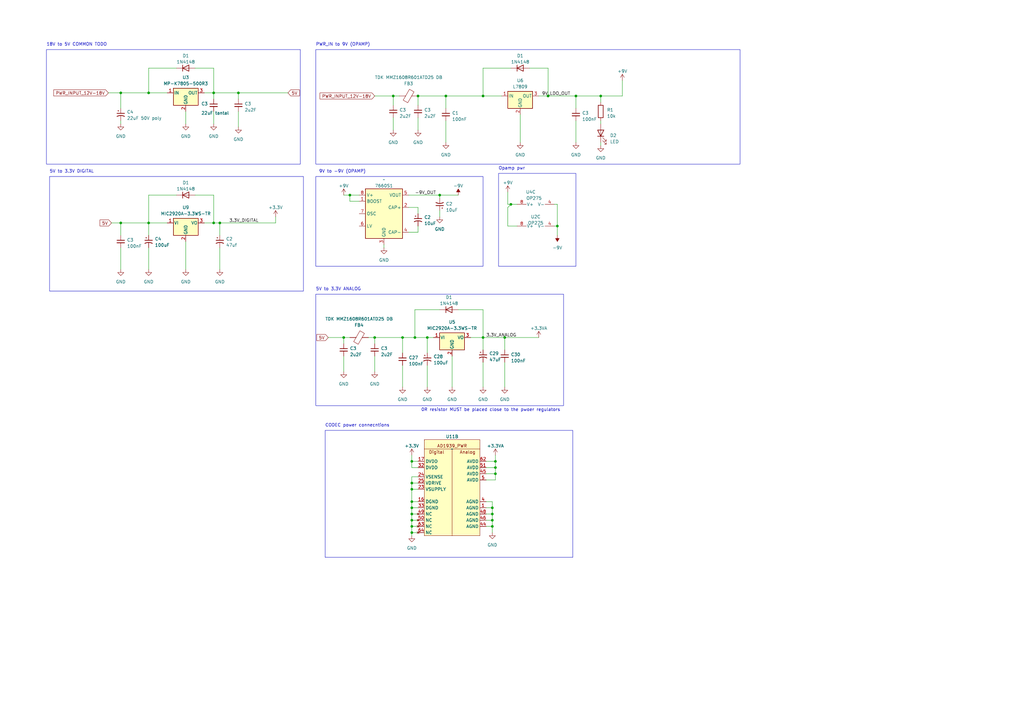
<source format=kicad_sch>
(kicad_sch (version 20230121) (generator eeschema)
  (paper "A3")
  (lib_symbols
    (symbol "Amplifier_Operational:OP275" (pin_names (offset 0.127))
      (property "Reference" "U" (at 0 5.08 0))
      (property "Value" "OP275" (at 0 -5.08 0))
      (symbol "OP275_1_1"
        (polyline (pts (xy -5.08 5.08) (xy 5.08 0) (xy -5.08 -5.08) (xy -5.08 5.08)) (stroke (width 0.254)) (fill (type background)))
        (pin output line (at 7.62 0 180) (length 2.54) (name "~") (number "1"))
        (pin input line (at -7.62 -2.54 0) (length 2.54) (name "-") (number "2"))
        (pin input line (at -7.62 2.54 0) (length 2.54) (name "+") (number "3"))
      )
      (symbol "OP275_2_1"
        (polyline (pts (xy -5.08 5.08) (xy 5.08 0) (xy -5.08 -5.08) (xy -5.08 5.08)) (stroke (width 0.254)) (fill (type background)))
        (pin input line (at -7.62 2.54 0) (length 2.54) (name "+") (number "5"))
        (pin input line (at -7.62 -2.54 0) (length 2.54) (name "-") (number "6"))
        (pin output line (at 7.62 0 180) (length 2.54) (name "~") (number "7"))
      )
      (symbol "OP275_3_1"
        (pin power_in line (at -2.54 -7.62 90) (length 3.81) (name "V-") (number "4"))
        (pin power_in line (at -2.54 7.62 270) (length 3.81) (name "V+") (number "8"))
      )
    )
    (symbol "Device:C_Polarized_Small_US" (pin_numbers hide) (pin_names (offset 0.254) hide)
      (property "Reference" "C" (at 0.254 1.778 0))
      (property "Value" "C_Polarized_Small_US" (at 0.254 -2.032 0))
      (symbol "C_Polarized_Small_US_0_1"
        (polyline (pts (xy -1.524 0.508) (xy 1.524 0.508)) (stroke (width 0.3048)))
        (polyline (pts (xy -1.27 1.524) (xy -0.762 1.524)))
        (polyline (pts (xy -1.016 1.27) (xy -1.016 1.778)))
        (arc (start 1.524 -0.762) (mid 0 -0.3734) (end -1.524 -0.762) (stroke (width 0.3048)))
      )
      (symbol "C_Polarized_Small_US_1_1"
        (pin passive line (at 0 2.54 270) (length 2.032) (name "~") (number "1"))
        (pin passive line (at 0 -2.54 90) (length 2.032) (name "~") (number "2"))
      )
    )
    (symbol "Device:C_Small" (pin_numbers hide) (pin_names (offset 0.254) hide)
      (property "Reference" "C" (at 0.254 1.778 0))
      (property "Value" "C_Small" (at 0.254 -2.032 0))
      (symbol "C_Small_0_1"
        (polyline (pts (xy -1.524 -0.508) (xy 1.524 -0.508)) (stroke (width 0.3302)))
        (polyline (pts (xy -1.524 0.508) (xy 1.524 0.508)) (stroke (width 0.3048)))
      )
      (symbol "C_Small_1_1"
        (pin passive line (at 0 2.54 270) (length 2.032) (name "~") (number "1"))
        (pin passive line (at 0 -2.54 90) (length 2.032) (name "~") (number "2"))
      )
    )
    (symbol "Device:FerriteBead" (pin_numbers hide) (pin_names (offset 0))
      (property "Reference" "FB" (at -3.81 0.635 90))
      (property "Value" "FerriteBead" (at 3.81 0 90))
      (symbol "FerriteBead_0_1"
        (polyline (pts (xy 0 -1.27) (xy 0 -1.2192)))
        (polyline (pts (xy 0 1.27) (xy 0 1.2954)))
        (polyline (pts (xy -2.7686 0.4064) (xy -1.7018 2.2606) (xy 2.7686 -0.3048) (xy 1.6764 -2.159) (xy -2.7686 0.4064)))
      )
      (symbol "FerriteBead_1_1"
        (pin passive line (at 0 3.81 270) (length 2.54) (name "~") (number "1"))
        (pin passive line (at 0 -3.81 90) (length 2.54) (name "~") (number "2"))
      )
    )
    (symbol "Device:LED" (pin_numbers hide) (pin_names (offset 1.016) hide)
      (property "Reference" "D" (at 0 2.54 0))
      (property "Value" "LED" (at 0 -2.54 0))
      (symbol "LED_0_1"
        (polyline (pts (xy -1.27 -1.27) (xy -1.27 1.27)) (stroke (width 0.254)))
        (polyline (pts (xy -1.27 0) (xy 1.27 0)))
        (polyline (pts (xy 1.27 -1.27) (xy 1.27 1.27) (xy -1.27 0) (xy 1.27 -1.27)) (stroke (width 0.254)))
        (polyline (pts (xy -3.048 -0.762) (xy -4.572 -2.286) (xy -3.81 -2.286) (xy -4.572 -2.286) (xy -4.572 -1.524)))
        (polyline (pts (xy -1.778 -0.762) (xy -3.302 -2.286) (xy -2.54 -2.286) (xy -3.302 -2.286) (xy -3.302 -1.524)))
      )
      (symbol "LED_1_1"
        (pin passive line (at -3.81 0 0) (length 2.54) (name "K") (number "1"))
        (pin passive line (at 3.81 0 180) (length 2.54) (name "A") (number "2"))
      )
    )
    (symbol "Device:R" (pin_numbers hide) (pin_names (offset 0))
      (property "Reference" "R" (at 2.032 0 90))
      (property "Value" "R" (at 0 0 90))
      (symbol "R_0_1"
        (rectangle (start -1.016 -2.54) (end 1.016 2.54) (stroke (width 0.254)))
      )
      (symbol "R_1_1"
        (pin passive line (at 0 3.81 270) (length 1.27) (name "~") (number "1"))
        (pin passive line (at 0 -3.81 90) (length 1.27) (name "~") (number "2"))
      )
    )
    (symbol "Diode:1N4148" (pin_numbers hide) (pin_names hide)
      (property "Reference" "D" (at 0 2.54 0))
      (property "Value" "1N4148" (at 0 -2.54 0))
      (symbol "1N4148_0_1"
        (polyline (pts (xy -1.27 1.27) (xy -1.27 -1.27)) (stroke (width 0.254)))
        (polyline (pts (xy 1.27 0) (xy -1.27 0)))
        (polyline (pts (xy 1.27 1.27) (xy 1.27 -1.27) (xy -1.27 0) (xy 1.27 1.27)) (stroke (width 0.254)))
      )
      (symbol "1N4148_1_1"
        (pin passive line (at -3.81 0 0) (length 2.54) (name "K") (number "1"))
        (pin passive line (at 3.81 0 180) (length 2.54) (name "A") (number "2"))
      )
    )
    (symbol "Regulator_Linear:L7805" (pin_names (offset 0.254))
      (property "Reference" "U" (at -3.81 3.175 0))
      (property "Value" "L7805" (at 0 3.175 0))
      (symbol "L7805_0_1"
        (rectangle (start -5.08 1.905) (end 5.08 -5.08) (stroke (width 0.254)) (fill (type background)))
      )
      (symbol "L7805_1_1"
        (pin power_in line (at -7.62 0 0) (length 2.54) (name "IN") (number "1"))
        (pin power_in line (at 0 -7.62 90) (length 2.54) (name "GND") (number "2"))
        (pin power_out line (at 7.62 0 180) (length 2.54) (name "OUT") (number "3"))
      )
    )
    (symbol "Regulator_Linear:L7809" (pin_names (offset 0.254))
      (property "Reference" "U" (at -3.81 3.175 0))
      (property "Value" "L7809" (at 0 3.175 0))
      (symbol "L7809_0_1"
        (rectangle (start -5.08 1.905) (end 5.08 -5.08) (stroke (width 0.254)) (fill (type background)))
      )
      (symbol "L7809_1_1"
        (pin power_in line (at -7.62 0 0) (length 2.54) (name "IN") (number "1"))
        (pin power_in line (at 0 -7.62 90) (length 2.54) (name "GND") (number "2"))
        (pin power_out line (at 7.62 0 180) (length 2.54) (name "OUT") (number "3"))
      )
    )
    (symbol "Regulator_Linear:LF33_TO252" (pin_names (offset 0.254))
      (property "Reference" "U" (at -3.81 3.175 0))
      (property "Value" "LF33_TO252" (at 0 3.175 0))
      (symbol "LF33_TO252_0_1"
        (rectangle (start -5.08 1.905) (end 5.08 -5.08) (stroke (width 0.254)) (fill (type background)))
      )
      (symbol "LF33_TO252_1_1"
        (pin power_in line (at -7.62 0 0) (length 2.54) (name "VI") (number "1"))
        (pin power_in line (at 0 -7.62 90) (length 2.54) (name "GND") (number "2"))
        (pin power_out line (at 7.62 0 180) (length 2.54) (name "VO") (number "3"))
      )
    )
    (symbol "codec:AD1939"
      (property "Reference" "U" (at -10.16 5.08 0))
      (symbol "AD1939_1_1"
        (rectangle (start -13.97 -93.98) (end -2.54 -100.33))
        (rectangle (start -13.97 -80.01) (end -5.08 -91.44))
        (rectangle (start -13.97 -59.69) (end -7.62 -67.31))
        (rectangle (start -13.97 -44.45) (end -6.35 -54.61))
        (rectangle (start -13.97 -25.4) (end -5.08 -38.1))
        (rectangle (start -13.97 -10.16) (end -5.08 -22.86))
        (rectangle (start -13.97 -2.54) (end 29.21 -102.87) (fill (type background)))
        (polyline (pts (xy -13.97 -6.35) (xy 29.21 -6.35)))
        (polyline (pts (xy 7.62 -6.35) (xy 7.62 -102.87)))
        (polyline (pts (xy -6.35 -44.45) (xy 1.27 -44.45) (xy 1.27 -54.61) (xy -6.35 -54.61)))
        (polyline (pts (xy 29.21 -80.01) (xy 20.32 -80.01) (xy 20.32 -96.52) (xy 29.21 -96.52)))
        (rectangle (start 22.86 -48.26) (end 29.21 -58.42))
        (rectangle (start 22.86 -35.56) (end 29.21 -45.72))
        (rectangle (start 22.86 -22.86) (end 29.21 -33.02))
        (rectangle (start 22.86 -10.16) (end 29.21 -20.32))
        (text "/CS" (at -2.54 -45.72 0) (effects (font (size 1.27 1.27))))
        (text "AD1939" (at 7.62 -5.08 0) (effects (font (size 1.27 1.27))))
        (text "ADC DATA" (at 0 -81.28 0) (effects (font (size 1.27 1.27))))
        (text "ADC1\n" (at -2.54 -11.43 0) (effects (font (size 1.27 1.27))))
        (text "ADC2\n" (at -2.54 -26.67 0) (effects (font (size 1.27 1.27))))
        (text "CLOCK" (at -2.54 -48.26 0) (effects (font (size 1.27 1.27))))
        (text "DAC DATA" (at 15.24 -81.28 0) (effects (font (size 1.27 1.27))))
        (text "DAC1\n" (at 20.32 -11.43 0) (effects (font (size 1.27 1.27))))
        (text "DAC2\n\n" (at 20.32 -25.4 0) (effects (font (size 1.27 1.27))))
        (text "DAC3\n" (at 20.32 -36.83 0) (effects (font (size 1.27 1.27))))
        (text "DAC4\n" (at 20.32 -49.53 0) (effects (font (size 1.27 1.27))))
        (text "MISO" (at -2.54 -53.34 0) (effects (font (size 1.27 1.27))))
        (text "MOSI" (at -2.54 -50.8 0) (effects (font (size 1.27 1.27))))
        (text "OSC" (at 0 -95.25 0) (effects (font (size 1.27 1.27))))
        (text "PLL Filter" (at -2.7837 -60.9893 0) (effects (font (size 1.27 1.27))))
        (text "SPI\n" (at 3.81 -45.72 0) (effects (font (size 1.27 1.27))))
        (pin output line (at 31.75 -57.15 180) (length 2.54) (name "OL4P") (number "10"))
        (pin output line (at 31.75 -54.61 180) (length 2.54) (name "OL4N") (number "11"))
        (pin output line (at 31.75 -52.07 180) (length 2.54) (name "OR4P") (number "12"))
        (pin output line (at 31.75 -49.53 180) (length 2.54) (name "OR4N") (number "13"))
        (pin input line (at -16.51 -74.93 0) (length 2.54) (name "PD/RST") (number "14"))
        (pin bidirectional line (at 31.75 -87.63 180) (length 2.54) (name "DSDATA4") (number "15"))
        (pin bidirectional line (at 31.75 -90.17 180) (length 2.54) (name "DADATA3") (number "18"))
        (pin bidirectional line (at 31.75 -92.71 180) (length 2.54) (name "DSDATA2") (number "19"))
        (pin input line (at -16.51 -95.25 0) (length 2.54) (name "MCLKI/XI") (number "2"))
        (pin input line (at 31.75 -95.25 180) (length 2.54) (name "DSDATA1") (number "20"))
        (pin bidirectional line (at 31.75 -83.82 180) (length 2.54) (name "DBCLK") (number "21"))
        (pin bidirectional line (at 31.75 -81.28 180) (length 2.54) (name "DLRCLK") (number "22"))
        (pin bidirectional line (at -16.51 -90.17 0) (length 2.54) (name "ASDATA2") (number "26"))
        (pin output line (at -16.51 -87.63 0) (length 2.54) (name "ASDATA1") (number "27"))
        (pin bidirectional line (at -16.51 -83.82 0) (length 2.54) (name "ABCLK") (number "28"))
        (pin bidirectional line (at -16.51 -81.28 0) (length 2.54) (name "ALRCLK") (number "29"))
        (pin output line (at -16.51 -99.06 0) (length 2.54) (name "MCLKO/XO") (number "3"))
        (pin input line (at -16.51 -50.8 0) (length 2.54) (name "CIN") (number "30"))
        (pin bidirectional line (at -16.51 -53.34 0) (length 2.54) (name "COUT") (number "31"))
        (pin input line (at -16.51 -48.26 0) (length 2.54) (name "CCLK") (number "34"))
        (pin input line (at -16.51 -45.72 0) (length 2.54) (name "CLATCH") (number "35"))
        (pin output line (at 31.75 -19.05 180) (length 2.54) (name "OL1P") (number "36"))
        (pin output line (at 31.75 -16.51 180) (length 2.54) (name "OL1N") (number "37"))
        (pin output line (at 31.75 -13.97 180) (length 2.54) (name "OR1P") (number "38"))
        (pin output line (at 31.75 -11.43 180) (length 2.54) (name "OR1N") (number "39"))
        (pin output line (at 31.75 -31.75 180) (length 2.54) (name "OL2P") (number "40"))
        (pin output line (at 31.75 -29.21 180) (length 2.54) (name "OL2N") (number "41"))
        (pin output line (at 31.75 -26.67 180) (length 2.54) (name "OR2P") (number "42"))
        (pin output line (at 31.75 -24.13 180) (length 2.54) (name "OR2N") (number "43"))
        (pin output line (at -16.51 -60.96 0) (length 2.54) (name "FILTR") (number "47"))
        (pin output line (at -16.51 -66.04 0) (length 2.54) (name "CM") (number "52"))
        (pin input line (at -16.51 -12.7 0) (length 2.54) (name "ADC1LP") (number "53"))
        (pin input line (at -16.51 -15.24 0) (length 2.54) (name "ADC1LN") (number "54"))
        (pin input line (at -16.51 -17.78 0) (length 2.54) (name "ADC1RP") (number "55"))
        (pin input line (at -16.51 -20.32 0) (length 2.54) (name "ADC1RN") (number "56"))
        (pin input line (at -16.51 -27.94 0) (length 2.54) (name "ADC2LP") (number "57"))
        (pin input line (at -16.51 -30.48 0) (length 2.54) (name "ADC2LN") (number "58"))
        (pin input line (at -16.51 -33.02 0) (length 2.54) (name "ADC2RP") (number "59"))
        (pin output line (at 31.75 -44.45 180) (length 2.54) (name "OL3P") (number "6"))
        (pin input line (at -16.51 -35.56 0) (length 2.54) (name "ADC2RN") (number "60"))
        (pin output line (at -16.51 -63.5 0) (length 2.54) (name "LF") (number "61"))
        (pin output line (at 31.75 -41.91 180) (length 2.54) (name "OL3N") (number "7"))
        (pin output line (at 31.75 -39.37 180) (length 2.54) (name "OR3P") (number "8"))
        (pin output line (at 31.75 -36.83 180) (length 2.54) (name "OR3N") (number "9"))
      )
      (symbol "AD1939_2_1"
        (rectangle (start -11.43 3.81) (end 11.43 -35.56) (fill (type background)))
        (polyline (pts (xy -11.43 0) (xy 11.43 0)))
        (polyline (pts (xy 0 0) (xy 0 -35.56)))
        (text "AD1939_PWR\n" (at 0 1.27 0) (effects (font (size 1.27 1.27))))
        (text "Analog" (at 6.35 -1.27 0) (effects (font (size 1.27 1.27))))
        (text "Digital\n" (at -6.35 -1.27 0) (effects (font (size 1.27 1.27))))
        (pin input line (at 13.97 -24.13 180) (length 2.54) (name "AGND") (number "1"))
        (pin input line (at -13.97 -21.59 0) (length 2.54) (name "DGND") (number "16"))
        (pin input line (at -13.97 -5.08 0) (length 2.54) (name "DVDD") (number "17"))
        (pin input line (at -13.97 -16.51 0) (length 2.54) (name "VSUPPLY") (number "23"))
        (pin input line (at -13.97 -11.43 0) (length 2.54) (name "VSENSE") (number "24"))
        (pin output line (at -13.97 -13.97 0) (length 2.54) (name "VDRIVE") (number "25"))
        (pin input line (at -13.97 -7.62 0) (length 2.54) (name "DVDD") (number "32"))
        (pin input line (at -13.97 -24.13 0) (length 2.54) (name "DGND") (number "33"))
        (pin input line (at 13.97 -21.59 180) (length 2.54) (name "AGND") (number "4"))
        (pin input line (at 13.97 -31.75 180) (length 2.54) (name "AGND") (number "44"))
        (pin input line (at 13.97 -10.16 180) (length 2.54) (name "AVDD") (number "45"))
        (pin input line (at 13.97 -29.21 180) (length 2.54) (name "AGND") (number "46"))
        (pin input line (at 13.97 -26.67 180) (length 2.54) (name "AGND") (number "48"))
        (pin no_connect line (at -13.97 -26.67 0) (length 2.54) (name "NC") (number "49"))
        (pin input line (at 13.97 -12.7 180) (length 2.54) (name "AVDD") (number "5"))
        (pin no_connect line (at -13.97 -29.21 0) (length 2.54) (name "NC") (number "50"))
        (pin input line (at 13.97 -7.62 180) (length 2.54) (name "AVDD") (number "51"))
        (pin input line (at 13.97 -5.08 180) (length 2.54) (name "AVDD") (number "62"))
        (pin no_connect line (at -13.97 -31.75 0) (length 2.54) (name "NC") (number "63"))
        (pin no_connect line (at -13.97 -34.29 0) (length 2.54) (name "NC") (number "64"))
      )
    )
    (symbol "power:+3.3V" (power) (pin_names (offset 0))
      (property "Value" "+3.3V" (at 0 3.556 0))
      (symbol "+3.3V_0_1"
        (polyline (pts (xy -0.762 1.27) (xy 0 2.54)))
        (polyline (pts (xy 0 0) (xy 0 2.54)))
        (polyline (pts (xy 0 2.54) (xy 0.762 1.27)))
      )
      (symbol "+3.3V_1_1"
        (pin power_in line (at 0 0 90) (length 0) hide (name "+3.3V") (number "1"))
      )
    )
    (symbol "power:+3.3VA" (power) (pin_names (offset 0))
      (property "Value" "+3.3VA" (at 0 3.556 0))
      (symbol "+3.3VA_0_1"
        (polyline (pts (xy -0.762 1.27) (xy 0 2.54)))
        (polyline (pts (xy 0 0) (xy 0 2.54)))
        (polyline (pts (xy 0 2.54) (xy 0.762 1.27)))
      )
      (symbol "+3.3VA_1_1"
        (pin power_in line (at 0 0 90) (length 0) hide (name "+3.3VA") (number "1"))
      )
    )
    (symbol "power:+9V" (power) (pin_names (offset 0))
      (property "Value" "+9V" (at 0 3.556 0))
      (symbol "+9V_0_1"
        (polyline (pts (xy -0.762 1.27) (xy 0 2.54)))
        (polyline (pts (xy 0 0) (xy 0 2.54)))
        (polyline (pts (xy 0 2.54) (xy 0.762 1.27)))
      )
      (symbol "+9V_1_1"
        (pin power_in line (at 0 0 90) (length 0) hide (name "+9V") (number "1"))
      )
    )
    (symbol "power:-9V" (power) (pin_names (offset 0))
      (property "Value" "-9V" (at 0 3.81 0))
      (symbol "-9V_0_1"
        (polyline (pts (xy 0 0) (xy 0 2.54)))
        (polyline (pts (xy 0.762 1.27) (xy -0.762 1.27) (xy 0 2.54) (xy 0.762 1.27)) (fill (type outline)))
      )
      (symbol "-9V_1_1"
        (pin power_in line (at 0 0 90) (length 0) hide (name "-9V") (number "1"))
      )
    )
    (symbol "power:GND" (power) (pin_names (offset 0))
      (property "Value" "GND" (at 0 -3.81 0))
      (symbol "GND_0_1"
        (polyline (pts (xy 0 0) (xy 0 -1.27) (xy 1.27 -1.27) (xy 0 -2.54) (xy -1.27 -1.27) (xy 0 -1.27)))
      )
      (symbol "GND_1_1"
        (pin power_in line (at 0 0 270) (length 0) hide (name "GND") (number "1"))
      )
    )
    (symbol "stm_audio:7660S"
      (property "Reference" "7660S" (at 0 0 0))
      (symbol "7660S_0_1"
        (rectangle (start -7.62 -3.81) (end 7.62 -24.13) (stroke (width 0.254)) (fill (type background)))
      )
      (symbol "7660S_1_1"
        (pin input line (at -10.16 -8.89 0) (length 2.54) (name "BOOST") (number "1"))
        (pin input line (at 10.16 -11.43 180) (length 2.54) (name "CAP+") (number "2"))
        (pin power_in line (at 0 -26.67 90) (length 2.54) (name "GND") (number "3"))
        (pin input line (at 10.16 -21.59 180) (length 2.54) (name "CAP-") (number "4"))
        (pin power_out line (at 10.16 -6.35 180) (length 2.54) (name "VOUT") (number "5"))
        (pin input line (at -10.16 -19.05 0) (length 2.54) (name "LV") (number "6"))
        (pin input line (at -10.16 -13.97 0) (length 2.54) (name "OSC") (number "7"))
        (pin power_in line (at -10.16 -6.35 0) (length 2.54) (name "V+") (number "8"))
      )
    )
  )
  (junction (at 143.51 80.01))
  (junction (at 90.17 91.44))
  (junction (at 201.93 208.28))
  (junction (at 201.93 215.9))
  (junction (at 203.2 194.31))
  (junction (at 140.97 138.43))
  (junction (at 161.29 39.37))
  (junction (at 153.67 138.43))
  (junction (at 201.93 213.36))
  (junction (at 203.2 189.23))
  (junction (at 49.53 91.44))
  (junction (at 180.34 80.01))
  (junction (at 207.01 138.43))
  (junction (at 209.55 83.82))
  (junction (at 168.91 198.12))
  (junction (at 49.53 38.1))
  (junction (at 165.1 138.43))
  (junction (at 203.2 191.77))
  (junction (at 168.91 213.36))
  (junction (at 224.79 39.37))
  (junction (at 168.91 218.44))
  (junction (at 175.26 138.43))
  (junction (at 168.91 189.23))
  (junction (at 201.93 210.82))
  (junction (at 182.88 39.37))
  (junction (at 171.45 39.37))
  (junction (at 87.63 38.1))
  (junction (at 97.79 38.1))
  (junction (at 168.91 215.9))
  (junction (at 236.22 39.37))
  (junction (at 170.18 138.43))
  (junction (at 60.96 38.1))
  (junction (at 198.12 39.37))
  (junction (at 60.96 91.44))
  (junction (at 198.12 138.43))
  (junction (at 87.63 91.44))
  (junction (at 168.91 205.74))
  (junction (at 168.91 208.28))
  (junction (at 228.6 92.71))
  (junction (at 246.38 39.37))
  (junction (at 168.91 210.82))
  (junction (at 168.91 200.66))
  (wire (pts (xy 97.79 52.07) (xy 97.79 45.72)))
  (wire (pts (xy 168.91 198.12) (xy 168.91 200.66)))
  (wire (pts (xy 76.2 45.72) (xy 76.2 50.8)))
  (wire (pts (xy 60.96 101.6) (xy 60.96 110.49)))
  (wire (pts (xy 209.55 83.82) (xy 212.09 83.82)))
  (wire (pts (xy 175.26 138.43) (xy 177.8 138.43)))
  (wire (pts (xy 168.91 215.9) (xy 168.91 218.44)))
  (wire (pts (xy 208.28 78.74) (xy 208.28 83.82)))
  (wire (pts (xy 87.63 80.01) (xy 87.63 91.44)))
  (wire (pts (xy 49.53 49.53) (xy 49.53 50.8)))
  (wire (pts (xy 199.39 208.28) (xy 201.93 208.28)))
  (wire (pts (xy 165.1 138.43) (xy 165.1 144.78)))
  (wire (pts (xy 182.88 49.53) (xy 182.88 58.42)))
  (wire (pts (xy 180.34 86.36) (xy 180.34 88.9)))
  (wire (pts (xy 171.45 39.37) (xy 171.45 43.18)))
  (wire (pts (xy 153.67 138.43) (xy 153.67 140.97)))
  (wire (pts (xy 171.45 213.36) (xy 168.91 213.36)))
  (wire (pts (xy 60.96 91.44) (xy 60.96 96.52)))
  (wire (pts (xy 87.63 45.72) (xy 87.63 50.8)))
  (wire (pts (xy 171.45 218.44) (xy 168.91 218.44)))
  (wire (pts (xy 208.28 92.71) (xy 208.28 85.09)))
  (wire (pts (xy 198.12 27.94) (xy 198.12 39.37)))
  (wire (pts (xy 198.12 143.51) (xy 198.12 138.43)))
  (wire (pts (xy 90.17 96.52) (xy 90.17 91.44)))
  (wire (pts (xy 198.12 148.59) (xy 198.12 158.75)))
  (wire (pts (xy 182.88 39.37) (xy 171.45 39.37)))
  (wire (pts (xy 180.34 127) (xy 170.18 127)))
  (wire (pts (xy 207.01 143.51) (xy 207.01 138.43)))
  (wire (pts (xy 207.01 138.43) (xy 220.98 138.43)))
  (wire (pts (xy 60.96 91.44) (xy 68.58 91.44)))
  (wire (pts (xy 171.45 208.28) (xy 168.91 208.28)))
  (wire (pts (xy 180.34 80.01) (xy 180.34 81.28)))
  (wire (pts (xy 201.93 210.82) (xy 201.93 213.36)))
  (wire (pts (xy 163.83 39.37) (xy 161.29 39.37)))
  (wire (pts (xy 208.28 83.82) (xy 209.55 83.82)))
  (wire (pts (xy 134.62 138.43) (xy 140.97 138.43)))
  (wire (pts (xy 228.6 92.71) (xy 228.6 83.82)))
  (wire (pts (xy 175.26 149.86) (xy 175.26 158.75)))
  (wire (pts (xy 198.12 27.94) (xy 209.55 27.94)))
  (wire (pts (xy 44.45 38.1) (xy 49.53 38.1)))
  (wire (pts (xy 199.39 194.31) (xy 203.2 194.31)))
  (wire (pts (xy 168.91 208.28) (xy 168.91 210.82)))
  (wire (pts (xy 161.29 39.37) (xy 161.29 43.18)))
  (wire (pts (xy 246.38 49.53) (xy 246.38 50.8)))
  (wire (pts (xy 208.28 85.09) (xy 209.55 83.82)))
  (wire (pts (xy 76.2 99.06) (xy 76.2 110.49)))
  (wire (pts (xy 87.63 27.94) (xy 87.63 38.1)))
  (wire (pts (xy 90.17 91.44) (xy 113.03 91.44)))
  (wire (pts (xy 143.51 80.01) (xy 143.51 82.55)))
  (wire (pts (xy 87.63 38.1) (xy 97.79 38.1)))
  (wire (pts (xy 165.1 138.43) (xy 170.18 138.43)))
  (wire (pts (xy 140.97 138.43) (xy 140.97 140.97)))
  (wire (pts (xy 198.12 39.37) (xy 205.74 39.37)))
  (wire (pts (xy 182.88 39.37) (xy 182.88 44.45)))
  (wire (pts (xy 171.45 48.26) (xy 171.45 53.34)))
  (wire (pts (xy 72.39 27.94) (xy 60.96 27.94)))
  (wire (pts (xy 224.79 39.37) (xy 236.22 39.37)))
  (wire (pts (xy 199.39 213.36) (xy 201.93 213.36)))
  (wire (pts (xy 170.18 138.43) (xy 175.26 138.43)))
  (wire (pts (xy 185.42 146.05) (xy 185.42 158.75)))
  (wire (pts (xy 80.01 27.94) (xy 87.63 27.94)))
  (wire (pts (xy 199.39 196.85) (xy 203.2 196.85)))
  (wire (pts (xy 203.2 194.31) (xy 203.2 196.85)))
  (wire (pts (xy 171.45 85.09) (xy 171.45 87.63)))
  (wire (pts (xy 49.53 38.1) (xy 49.53 44.45)))
  (wire (pts (xy 171.45 191.77) (xy 168.91 191.77)))
  (wire (pts (xy 208.28 92.71) (xy 212.09 92.71)))
  (wire (pts (xy 87.63 38.1) (xy 83.82 38.1)))
  (wire (pts (xy 153.67 152.4) (xy 153.67 146.05)))
  (wire (pts (xy 97.79 38.1) (xy 118.11 38.1)))
  (wire (pts (xy 153.67 138.43) (xy 165.1 138.43)))
  (wire (pts (xy 236.22 39.37) (xy 246.38 39.37)))
  (wire (pts (xy 203.2 189.23) (xy 203.2 191.77)))
  (wire (pts (xy 143.51 82.55) (xy 147.32 82.55)))
  (wire (pts (xy 187.96 127) (xy 198.12 127)))
  (wire (pts (xy 198.12 138.43) (xy 207.01 138.43)))
  (wire (pts (xy 49.53 91.44) (xy 60.96 91.44)))
  (wire (pts (xy 246.38 58.42) (xy 246.38 59.69)))
  (wire (pts (xy 193.04 138.43) (xy 198.12 138.43)))
  (wire (pts (xy 255.27 33.02) (xy 255.27 39.37)))
  (wire (pts (xy 170.18 127) (xy 170.18 138.43)))
  (wire (pts (xy 217.17 27.94) (xy 224.79 27.94)))
  (wire (pts (xy 60.96 38.1) (xy 68.58 38.1)))
  (wire (pts (xy 87.63 91.44) (xy 90.17 91.44)))
  (wire (pts (xy 171.45 195.58) (xy 168.91 195.58)))
  (wire (pts (xy 198.12 127) (xy 198.12 138.43)))
  (wire (pts (xy 168.91 213.36) (xy 168.91 215.9)))
  (wire (pts (xy 90.17 101.6) (xy 90.17 110.49)))
  (wire (pts (xy 168.91 189.23) (xy 168.91 191.77)))
  (wire (pts (xy 167.64 80.01) (xy 180.34 80.01)))
  (wire (pts (xy 228.6 92.71) (xy 227.33 92.71)))
  (wire (pts (xy 113.03 88.9) (xy 113.03 91.44)))
  (wire (pts (xy 143.51 80.01) (xy 147.32 80.01)))
  (wire (pts (xy 199.39 189.23) (xy 203.2 189.23)))
  (wire (pts (xy 45.72 91.44) (xy 49.53 91.44)))
  (wire (pts (xy 168.91 205.74) (xy 168.91 208.28)))
  (wire (pts (xy 161.29 48.26) (xy 161.29 53.34)))
  (wire (pts (xy 236.22 44.45) (xy 236.22 39.37)))
  (wire (pts (xy 228.6 92.71) (xy 228.6 96.52)))
  (wire (pts (xy 246.38 41.91) (xy 246.38 39.37)))
  (wire (pts (xy 161.29 39.37) (xy 153.67 39.37)))
  (wire (pts (xy 201.93 208.28) (xy 201.93 210.82)))
  (wire (pts (xy 80.01 80.01) (xy 87.63 80.01)))
  (wire (pts (xy 60.96 80.01) (xy 72.39 80.01)))
  (wire (pts (xy 168.91 195.58) (xy 168.91 198.12)))
  (wire (pts (xy 140.97 152.4) (xy 140.97 146.05)))
  (wire (pts (xy 171.45 198.12) (xy 168.91 198.12)))
  (wire (pts (xy 168.91 210.82) (xy 168.91 213.36)))
  (wire (pts (xy 87.63 40.64) (xy 87.63 38.1)))
  (wire (pts (xy 199.39 215.9) (xy 201.93 215.9)))
  (wire (pts (xy 203.2 191.77) (xy 203.2 194.31)))
  (wire (pts (xy 167.64 95.25) (xy 171.45 95.25)))
  (wire (pts (xy 168.91 189.23) (xy 171.45 189.23)))
  (wire (pts (xy 168.91 186.69) (xy 168.91 189.23)))
  (wire (pts (xy 171.45 200.66) (xy 168.91 200.66)))
  (wire (pts (xy 175.26 138.43) (xy 175.26 144.78)))
  (wire (pts (xy 171.45 210.82) (xy 168.91 210.82)))
  (wire (pts (xy 236.22 49.53) (xy 236.22 58.42)))
  (wire (pts (xy 168.91 200.66) (xy 168.91 205.74)))
  (wire (pts (xy 213.36 46.99) (xy 213.36 58.42)))
  (wire (pts (xy 201.93 205.74) (xy 201.93 208.28)))
  (wire (pts (xy 220.98 39.37) (xy 224.79 39.37)))
  (wire (pts (xy 167.64 85.09) (xy 171.45 85.09)))
  (wire (pts (xy 168.91 218.44) (xy 168.91 219.71)))
  (wire (pts (xy 182.88 39.37) (xy 198.12 39.37)))
  (wire (pts (xy 140.97 80.01) (xy 143.51 80.01)))
  (wire (pts (xy 165.1 149.86) (xy 165.1 158.75)))
  (wire (pts (xy 97.79 38.1) (xy 97.79 40.64)))
  (wire (pts (xy 228.6 83.82) (xy 227.33 83.82)))
  (wire (pts (xy 140.97 138.43) (xy 143.51 138.43)))
  (wire (pts (xy 199.39 191.77) (xy 203.2 191.77)))
  (wire (pts (xy 151.13 138.43) (xy 153.67 138.43)))
  (wire (pts (xy 224.79 27.94) (xy 224.79 39.37)))
  (wire (pts (xy 49.53 101.6) (xy 49.53 110.49)))
  (wire (pts (xy 49.53 38.1) (xy 60.96 38.1)))
  (wire (pts (xy 60.96 27.94) (xy 60.96 38.1)))
  (wire (pts (xy 49.53 91.44) (xy 49.53 96.52)))
  (wire (pts (xy 157.48 101.6) (xy 157.48 100.33)))
  (wire (pts (xy 180.34 80.01) (xy 187.96 80.01)))
  (wire (pts (xy 203.2 186.69) (xy 203.2 189.23)))
  (wire (pts (xy 199.39 205.74) (xy 201.93 205.74)))
  (wire (pts (xy 171.45 215.9) (xy 168.91 215.9)))
  (wire (pts (xy 246.38 39.37) (xy 255.27 39.37)))
  (wire (pts (xy 207.01 148.59) (xy 207.01 158.75)))
  (wire (pts (xy 199.39 210.82) (xy 201.93 210.82)))
  (wire (pts (xy 171.45 205.74) (xy 168.91 205.74)))
  (wire (pts (xy 201.93 213.36) (xy 201.93 215.9)))
  (wire (pts (xy 83.82 91.44) (xy 87.63 91.44)))
  (wire (pts (xy 60.96 80.01) (xy 60.96 91.44)))
  (wire (pts (xy 171.45 92.71) (xy 171.45 95.25)))
  (wire (pts (xy 201.93 215.9) (xy 201.93 218.44)))
  (rectangle (start 133.35 176.53) (end 234.95 228.6))
  (rectangle (start 20.32 72.39) (end 124.46 119.38))
  (rectangle (start 129.54 20.32) (end 303.53 67.31))
  (rectangle (start 129.54 120.65) (end 231.14 166.37))
  (rectangle (start 204.47 71.12) (end 236.22 109.22))
  (rectangle (start 129.54 72.39) (end 198.12 109.22))
  (rectangle (start 19.05 20.32) (end 123.19 67.31))
  (text "5V to 3.3V DIGITAL\n" (at 20.32 71.12 0) (effects (font (size 1.27 1.27)) (justify left bottom)))
  (text "CODEC power connecntions\n" (at 133.35 175.26 0) (effects (font (size 1.27 1.27)) (justify left bottom)))
  (text "Opamp pwr\n" (at 204.47 69.85 0) (effects (font (size 1.27 1.27)) (justify left bottom)))
  (text "0R resistor MUST be placed close to the pwoer regulators\n" (at 172.72 168.91 0) (effects (font (size 1.27 1.27)) (justify left bottom)))
  (text "5V to 3.3V ANALOG\n" (at 129.54 119.38 0) (effects (font (size 1.27 1.27)) (justify left bottom)))
  (text "9V to -9V (OPAMP)\n" (at 130.81 71.12 0) (effects (font (size 1.27 1.27)) (justify left bottom)))
  (text "PWR_IN to 9V (OPAMP)\n" (at 129.54 19.05 0) (effects (font (size 1.27 1.27)) (justify left bottom)))
  (text "18V to 5V COMMON TODO\n" (at 19.05 19.05 0) (effects (font (size 1.27 1.27)) (justify left bottom)))
  (label "9V_LDO_OUT" (at 222.25 39.37 0))
  (label "3.3V_ANALOG" (at 199.39 138.43 0))
  (label "3.3V_DIGITAL" (at 93.98 91.44 0))
  (label "-9V_OUT" (at 170.18 80.01 0))
  (global_label "5V" (shape input) (at 45.72 91.44 180) (property "Intersheetrefs" "${INTERSHEET_REFS}" (effects hide)))
  (global_label "PWR_INPUT_12V-18V" (shape input) (at 44.45 38.1 180) (property "Intersheetrefs" "${INTERSHEET_REFS}" (effects hide)))
  (global_label "PWR_INPUT_12V-18V" (shape input) (at 153.67 39.37 180) (property "Intersheetrefs" "${INTERSHEET_REFS}" (effects hide)))
  (global_label "5V" (shape input) (at 134.62 138.43 180) (property "Intersheetrefs" "${INTERSHEET_REFS}" (effects hide)))
  (global_label "5V" (shape input) (at 118.11 38.1 0) (property "Intersheetrefs" "${INTERSHEET_REFS}" (effects hide)))
  (symbol (lib_id "power:GND") (at 246.38 59.69 0) (unit 1)
    (property "Reference" "#PWR04" (effects hide))
    (property "Value" "GND" (at 246.38 64.77 0))
    (instances (project "stm_audio_board_V2_1" (path "" (reference "#PWR04") (unit 1)) (path "" (reference "#PWR073") (unit 1))))
  )
  (symbol (lib_id "Device:C_Small") (at 49.53 99.06 0) (unit 1)
    (property "Reference" "C3" (at 52.07 98.4313 0) (effects (justify left)))
    (property "Value" "100nF" (at 52.07 100.9713 0) (effects (justify left)))
    (property "Footprint" "Capacitor_SMD:C_0603_1608Metric_Pad1.08x0.95mm_HandSolder" (effects hide))
    (instances (project "stm_audio_board_V2_1" (path "" (reference "C3") (unit 1)) (path "" (reference "C102") (unit 1))))
  )
  (symbol (lib_id "power:GND") (at 175.26 158.75 0) (unit 1)
    (property "Reference" "#PWR02" (effects hide))
    (property "Value" "GND" (at 175.26 163.83 0))
    (instances (project "stm_audio_board_V2_1" (path "" (reference "#PWR02") (unit 1)) (path "" (reference "#PWR023") (unit 1))))
  )
  (symbol (lib_id "Regulator_Linear:L7805") (at 76.2 38.1 0) (unit 1)
    (property "Reference" "U3" (at 76.2 31.75 0))
    (property "Value" "MP-K7805-500R3" (at 76.2 34.29 0))
    (property "Footprint" "Package_TO_SOT_THT:TO-220-3_Vertical" (effects hide))
    (property "Datasheet" "http://www.st.com/content/ccc/resource/technical/document/datasheet/41/4f/b3/b0/12/d4/47/88/CD00000444.pdf/files/CD00000444.pdf/jcr:content/translations/en.CD00000444.pdf" (effects hide))
  )
  (symbol (lib_id "Regulator_Linear:LF33_TO252") (at 76.2 91.44 0) (unit 1)
    (property "Reference" "U9" (at 76.2 85.09 0))
    (property "Value" "MIC2920A-3.3WS-TR" (at 76.2 87.63 0))
    (property "Footprint" "Package_TO_SOT_SMD:SOT-223-3_TabPin2" (effects hide))
    (property "Datasheet" "https://hu.farnell.com/microchip/mic2920a-3-3ws-tr/ldo-reg-26vin-0-4a-3-3v-3sot223/dp/2510013" (effects hide))
  )
  (symbol (lib_id "Diode:1N4148") (at 184.15 127 0) (unit 1)
    (property "Reference" "D1" (at 184.15 121.92 0))
    (property "Value" "1N4148" (at 184.15 124.46 0))
    (property "Footprint" "Diode_SMD:D_1206_3216Metric_Pad1.42x1.75mm_HandSolder" (effects hide))
    (property "Datasheet" "https://assets.nexperia.com/documents/data-sheet/1N4148_1N4448.pdf" (effects hide))
    (property "Sim.Device" "D" (effects hide))
    (property "Sim.Pins" "1=K 2=A" (effects hide))
    (instances (project "stm_audio_board_V2_1" (path "" (reference "D1") (unit 1)) (path "" (reference "D2") (unit 1))))
  )
  (symbol (lib_id "power:-9V") (at 228.6 96.52 180) (unit 1)
    (property "Reference" "#PWR020" (effects hide))
    (property "Value" "-9V" (at 228.6 101.6 0))
  )
  (symbol (lib_id "power:GND") (at 161.29 53.34 0) (unit 1)
    (property "Reference" "#PWR03" (effects hide))
    (property "Value" "GND" (at 161.29 58.42 0))
    (instances (project "stm_audio_board_V2_1" (path "" (reference "#PWR03") (unit 1)) (path "" (reference "#PWR091") (unit 1))))
  )
  (symbol (lib_id "power:+9V") (at 140.97 80.01 0) (unit 1)
    (property "Reference" "#PWR077" (effects hide))
    (property "Value" "+9V" (at 140.97 76.2 0))
  )
  (symbol (lib_id "power:GND") (at 49.53 50.8 0) (unit 1)
    (property "Reference" "#PWR03" (effects hide))
    (property "Value" "GND" (at 49.53 55.88 0))
    (instances (project "stm_audio_board_V2_1" (path "" (reference "#PWR03") (unit 1)) (path "" (reference "#PWR08") (unit 1))))
  )
  (symbol (lib_id "Device:C_Small") (at 182.88 46.99 0) (unit 1)
    (property "Reference" "C1" (at 185.42 46.3613 0) (effects (justify left)))
    (property "Value" "100nF " (at 185.42 48.9013 0) (effects (justify left)))
    (property "Footprint" "Capacitor_SMD:C_0603_1608Metric_Pad1.08x0.95mm_HandSolder" (effects hide))
    (instances (project "stm_audio_board_V2_1" (path "" (reference "C1") (unit 1)) (path "" (reference "C48") (unit 1))))
  )
  (symbol (lib_id "Amplifier_Operational:OP275") (at 219.71 81.28 90) (unit 3)
    (property "Reference" "U4" (at 219.71 78.74 90) (effects (justify left)))
    (property "Value" "OP275" (at 222.25 81.28 90) (effects (justify left)))
    (property "Footprint" "Package_SO:SSOP-8_3.9x5.05mm_P1.27mm" (effects hide))
    (property "Datasheet" "https://www.analog.com/media/en/technical-documentation/data-sheets/OP275.pdf" (effects hide))
  )
  (symbol (lib_id "power:GND") (at 76.2 110.49 0) (unit 1)
    (property "Reference" "#PWR03" (effects hide))
    (property "Value" "GND" (at 76.2 115.57 0))
    (instances (project "stm_audio_board_V2_1" (path "" (reference "#PWR03") (unit 1)) (path "" (reference "#PWR067") (unit 1))))
  )
  (symbol (lib_id "Device:C_Small") (at 161.29 45.72 0) (unit 1)
    (property "Reference" "C3" (at 163.83 45.0913 0) (effects (justify left)))
    (property "Value" "2u2F" (at 163.83 47.6313 0) (effects (justify left)))
    (property "Footprint" "Capacitor_SMD:C_0805_2012Metric_Pad1.18x1.45mm_HandSolder" (effects hide))
    (property "Datasheet" "https://www.hestore.hu/prod_10034474.html" (effects hide))
    (instances (project "stm_audio_board_V2_1" (path "" (reference "C3") (unit 1)) (path "" (reference "C69") (unit 1))))
  )
  (symbol (lib_id "Device:C_Small") (at 207.01 146.05 0) (unit 1)
    (property "Reference" "C30" (at 209.55 145.4213 0) (effects (justify left)))
    (property "Value" "100nF" (at 209.55 147.9613 0) (effects (justify left)))
    (property "Footprint" "Capacitor_SMD:C_0603_1608Metric_Pad1.08x0.95mm_HandSolder" (effects hide))
  )
  (symbol (lib_id "power:GND") (at 236.22 58.42 0) (unit 1)
    (property "Reference" "#PWR03" (effects hide))
    (property "Value" "GND" (at 236.22 63.5 0))
    (instances (project "stm_audio_board_V2_1" (path "" (reference "#PWR03") (unit 1)) (path "" (reference "#PWR047") (unit 1))))
  )
  (symbol (lib_id "Diode:1N4148") (at 76.2 27.94 0) (unit 1)
    (property "Reference" "D1" (at 76.2 22.86 0))
    (property "Value" "1N4148" (at 76.2 25.4 0))
    (property "Footprint" "Diode_SMD:D_1206_3216Metric_Pad1.42x1.75mm_HandSolder" (effects hide))
    (property "Datasheet" "https://assets.nexperia.com/documents/data-sheet/1N4148_1N4448.pdf" (effects hide))
    (property "Sim.Device" "D" (effects hide))
    (property "Sim.Pins" "1=K 2=A" (effects hide))
  )
  (symbol (lib_id "power:GND") (at 76.2 50.8 0) (unit 1)
    (property "Reference" "#PWR03" (effects hide))
    (property "Value" "GND" (at 76.2 55.88 0))
    (instances (project "stm_audio_board_V2_1" (path "" (reference "#PWR03") (unit 1)) (path "" (reference "#PWR06") (unit 1))))
  )
  (symbol (lib_id "power:GND") (at 49.53 110.49 0) (unit 1)
    (property "Reference" "#PWR03" (effects hide))
    (property "Value" "GND" (at 49.53 115.57 0))
    (instances (project "stm_audio_board_V2_1" (path "" (reference "#PWR03") (unit 1)) (path "" (reference "#PWR066") (unit 1))))
  )
  (symbol (lib_id "power:-9V") (at 187.96 80.01 0) (unit 1)
    (property "Reference" "#PWR080" (effects hide))
    (property "Value" "-9V" (at 187.96 76.2 0))
  )
  (symbol (lib_id "Device:C_Small") (at 140.97 143.51 0) (unit 1)
    (property "Reference" "C3" (at 143.51 142.8813 0) (effects (justify left)))
    (property "Value" "2u2F" (at 143.51 145.4213 0) (effects (justify left)))
    (property "Footprint" "Capacitor_SMD:C_0805_2012Metric_Pad1.18x1.45mm_HandSolder" (effects hide))
    (property "Datasheet" "https://www.hestore.hu/prod_10034474.html" (effects hide))
    (instances (project "stm_audio_board_V2_1" (path "" (reference "C3") (unit 1)) (path "" (reference "C104") (unit 1))))
  )
  (symbol (lib_id "Device:C_Polarized_Small_US") (at 175.26 147.32 0) (unit 1)
    (property "Reference" "C28" (at 177.8 146.2532 0) (effects (justify left)))
    (property "Value" "100uF" (at 177.8 148.7932 0) (effects (justify left)))
    (property "Footprint" "Capacitor_THT:CP_Radial_D6.3mm_P2.50mm" (effects hide))
  )
  (symbol (lib_id "power:GND") (at 165.1 158.75 0) (unit 1)
    (property "Reference" "#PWR02" (effects hide))
    (property "Value" "GND" (at 165.1 163.83 0))
  )
  (symbol (lib_id "Regulator_Linear:LF33_TO252") (at 185.42 138.43 0) (unit 1)
    (property "Reference" "U5" (at 185.42 132.08 0))
    (property "Value" "MIC2920A-3.3WS-TR" (at 185.42 134.62 0))
    (property "Footprint" "Package_TO_SOT_SMD:SOT-223-3_TabPin2" (effects hide))
    (property "Datasheet" "https://hu.farnell.com/microchip/mic2920a-3-3ws-tr/ldo-reg-26vin-0-4a-3-3v-3sot223/dp/2510013" (effects hide))
  )
  (symbol (lib_id "Device:C_Polarized_Small_US") (at 60.96 99.06 0) (unit 1)
    (property "Reference" "C4" (at 63.5 97.9932 0) (effects (justify left)))
    (property "Value" "100uF" (at 63.5 100.5332 0) (effects (justify left)))
    (property "Footprint" "Capacitor_THT:CP_Radial_D6.3mm_P2.50mm" (effects hide))
    (instances (project "stm_audio_board_V2_1" (path "" (reference "C4") (unit 1)) (path "" (reference "C70") (unit 1))))
  )
  (symbol (lib_id "power:+9V") (at 208.28 78.74 0) (unit 1)
    (property "Reference" "#PWR076" (effects hide))
    (property "Value" "+9V" (at 208.28 74.93 0))
  )
  (symbol (lib_id "power:GND") (at 90.17 110.49 0) (unit 1)
    (property "Reference" "#PWR03" (effects hide))
    (property "Value" "GND" (at 90.17 115.57 0))
    (instances (project "stm_audio_board_V2_1" (path "" (reference "#PWR03") (unit 1)) (path "" (reference "#PWR061") (unit 1))))
  )
  (symbol (lib_id "power:+3.3VA") (at 220.98 138.43 0) (unit 1)
    (property "Reference" "#PWR044" (effects hide))
    (property "Value" "+3.3VA" (at 220.98 134.62 0))
  )
  (symbol (lib_id "power:+3.3V") (at 168.91 186.69 0) (unit 1)
    (property "Reference" "#PWR087" (effects hide))
    (property "Value" "+3.3V" (at 168.91 182.88 0))
  )
  (symbol (lib_id "Device:FerriteBead") (at 167.64 39.37 90) (unit 1)
    (property "Reference" "FB3" (at 167.5892 34.29 90))
    (property "Value" "TDK MMZ1608R601ATD25 DB" (at 167.5892 31.75 90))
    (property "Footprint" "Resistor_SMD:R_0603_1608Metric_Pad0.98x0.95mm_HandSolder" (effects hide))
    (property "Datasheet" "https://hu.farnell.com/tdk/mmz1608r601atd25/ferrite-bead-aec-q200-0-5a-0603/dp/3386887" (effects hide))
  )
  (symbol (lib_id "Device:R") (at 246.38 45.72 0) (unit 1)
    (property "Reference" "R1" (at 248.92 45.085 0) (effects (justify left)))
    (property "Value" "10k" (at 248.92 47.625 0) (effects (justify left)))
    (property "Footprint" "Resistor_SMD:R_0805_2012Metric_Pad1.20x1.40mm_HandSolder" (effects hide))
    (instances (project "stm_audio_board_V2_1" (path "" (reference "R1") (unit 1)) (path "" (reference "R28") (unit 1))))
  )
  (symbol (lib_id "power:GND") (at 213.36 58.42 0) (unit 1)
    (property "Reference" "#PWR03" (effects hide))
    (property "Value" "GND" (at 213.36 63.5 0))
    (instances (project "stm_audio_board_V2_1" (path "" (reference "#PWR03") (unit 1)) (path "" (reference "#PWR071") (unit 1))))
  )
  (symbol (lib_id "codec:AD1939") (at 185.42 184.15 0) (unit 2)
    (property "Reference" "U11" (at 185.42 179.07 0))
    (property "Value" "~" (at 185.42 184.15 0))
    (property "Footprint" "Package_QFP:LQFP-64_10x10mm_P0.5mm" (effects hide))
  )
  (symbol (lib_id "Device:C_Polarized_Small_US") (at 180.34 83.82 180) (unit 1)
    (property "Reference" "C2" (at 182.88 83.6168 0) (effects (justify right)))
    (property "Value" "10uF" (at 182.88 86.1568 0) (effects (justify right)))
    (property "Footprint" "Capacitor_THT:CP_Radial_D5.0mm_P2.00mm" (effects hide))
    (instances (project "stm_audio_board_V2_1" (path "" (reference "C2") (unit 1)) (path "" (reference "C77") (unit 1))))
  )
  (symbol (lib_id "Diode:1N4148") (at 213.36 27.94 0) (unit 1)
    (property "Reference" "D1" (at 213.36 22.86 0))
    (property "Value" "1N4148" (at 213.36 25.4 0))
    (property "Footprint" "Diode_SMD:D_1206_3216Metric_Pad1.42x1.75mm_HandSolder" (effects hide))
    (property "Datasheet" "https://assets.nexperia.com/documents/data-sheet/1N4148_1N4448.pdf" (effects hide))
    (property "Sim.Device" "D" (effects hide))
    (property "Sim.Pins" "1=K 2=A" (effects hide))
    (instances (project "stm_audio_board_V2_1" (path "" (reference "D1") (unit 1)) (path "" (reference "D3") (unit 1))))
  )
  (symbol (lib_id "Device:C_Small") (at 87.63 43.18 0) (unit 1)
    (property "Reference" "C3" (at 82.55 42.5513 0) (effects (justify left)))
    (property "Value" "22uF tantal" (at 82.55 46.3613 0) (effects (justify left)))
    (property "Footprint" "Capacitor_Tantalum_SMD:CP_EIA-7343-31_Kemet-D_Pad2.25x2.55mm_HandSolder" (effects hide))
    (instances (project "stm_audio_board_V2_1" (path "" (reference "C3") (unit 1)) (path "" (reference "C4") (unit 1))))
  )
  (symbol (lib_id "power:GND") (at 207.01 158.75 0) (unit 1)
    (property "Reference" "#PWR02" (effects hide))
    (property "Value" "GND" (at 207.01 163.83 0))
    (instances (project "stm_audio_board_V2_1" (path "" (reference "#PWR02") (unit 1)) (path "" (reference "#PWR090") (unit 1))))
  )
  (symbol (lib_id "power:GND") (at 153.67 152.4 0) (unit 1)
    (property "Reference" "#PWR03" (effects hide))
    (property "Value" "GND" (at 153.67 157.48 0))
    (instances (project "stm_audio_board_V2_1" (path "" (reference "#PWR03") (unit 1)) (path "" (reference "#PWR094") (unit 1))))
  )
  (symbol (lib_id "power:+9V") (at 255.27 33.02 0) (unit 1)
    (property "Reference" "#PWR074" (effects hide))
    (property "Value" "+9V" (at 255.27 29.21 0))
  )
  (symbol (lib_id "Device:C_Polarized_Small_US") (at 198.12 146.05 0) (unit 1)
    (property "Reference" "C29" (at 200.66 144.9832 0) (effects (justify left)))
    (property "Value" "47uF" (at 200.66 147.5232 0) (effects (justify left)))
    (property "Footprint" "Capacitor_THT:CP_Radial_D6.3mm_P2.50mm" (effects hide))
  )
  (symbol (lib_id "Device:FerriteBead") (at 147.32 138.43 90) (unit 1)
    (property "Reference" "FB4" (at 147.2692 133.35 90))
    (property "Value" "TDK MMZ1608R601ATD25 DB" (at 147.2692 130.81 90))
    (property "Footprint" "Resistor_SMD:R_0603_1608Metric_Pad0.98x0.95mm_HandSolder" (effects hide))
    (property "Datasheet" "https://hu.farnell.com/tdk/mmz1608r601atd25/ferrite-bead-aec-q200-0-5a-0603/dp/3386887" (effects hide))
  )
  (symbol (lib_id "power:GND") (at 97.79 52.07 0) (unit 1)
    (property "Reference" "#PWR03" (effects hide))
    (property "Value" "GND" (at 97.79 57.15 0))
    (instances (project "stm_audio_board_V2_1" (path "" (reference "#PWR03") (unit 1)) (path "" (reference "#PWR025") (unit 1))))
  )
  (symbol (lib_id "power:GND") (at 60.96 110.49 0) (unit 1)
    (property "Reference" "#PWR03" (effects hide))
    (property "Value" "GND" (at 60.96 115.57 0))
    (instances (project "stm_audio_board_V2_1" (path "" (reference "#PWR03") (unit 1)) (path "" (reference "#PWR065") (unit 1))))
  )
  (symbol (lib_id "Device:C_Small") (at 236.22 46.99 0) (unit 1)
    (property "Reference" "C3" (at 238.76 46.3613 0) (effects (justify left)))
    (property "Value" "100nF" (at 238.76 48.9013 0) (effects (justify left)))
    (property "Footprint" "Capacitor_SMD:C_0603_1608Metric_Pad1.08x0.95mm_HandSolder" (effects hide))
    (instances (project "stm_audio_board_V2_1" (path "" (reference "C3") (unit 1)) (path "" (reference "C75") (unit 1))))
  )
  (symbol (lib_id "power:GND") (at 140.97 152.4 0) (unit 1)
    (property "Reference" "#PWR03" (effects hide))
    (property "Value" "GND" (at 140.97 157.48 0))
    (instances (project "stm_audio_board_V2_1" (path "" (reference "#PWR03") (unit 1)) (path "" (reference "#PWR093") (unit 1))))
  )
  (symbol (lib_id "Regulator_Linear:L7809") (at 213.36 39.37 0) (unit 1)
    (property "Reference" "U6" (at 213.36 33.02 0))
    (property "Value" "L7809" (at 213.36 35.56 0))
    (property "Footprint" "Package_TO_SOT_THT:TO-92_Inline" (effects hide))
    (property "Datasheet" "https://www.hestore.hu/prod_10000692.html" (effects hide))
  )
  (symbol (lib_id "Device:LED") (at 246.38 54.61 90) (unit 1)
    (property "Reference" "D2" (at 250.19 55.5625 90) (effects (justify right)))
    (property "Value" "LED" (at 250.19 58.1025 90) (effects (justify right)))
    (property "Footprint" "LED_SMD:LED_SK6805_PLCC4_2.4x2.7mm_P1.3mm" (effects hide))
    (instances (project "stm_audio_board_V2_1" (path "" (reference "D2") (unit 1)) (path "" (reference "D7") (unit 1))))
  )
  (symbol (lib_id "stm_audio:7660S") (at 157.48 73.66 0) (unit 1)
    (property "Reference" "7660S1" (at 157.48 76.2 0))
    (property "Value" "~" (at 157.48 73.66 0))
    (property "Footprint" "Package_SO:SOIC-8_3.9x4.9mm_P1.27mm" (effects hide))
  )
  (symbol (lib_id "power:GND") (at 198.12 158.75 0) (unit 1)
    (property "Reference" "#PWR02" (effects hide))
    (property "Value" "GND" (at 198.12 163.83 0))
    (instances (project "stm_audio_board_V2_1" (path "" (reference "#PWR02") (unit 1)) (path "" (reference "#PWR018") (unit 1))))
  )
  (symbol (lib_id "power:GND") (at 171.45 53.34 0) (unit 1)
    (property "Reference" "#PWR03" (effects hide))
    (property "Value" "GND" (at 171.45 58.42 0))
    (instances (project "stm_audio_board_V2_1" (path "" (reference "#PWR03") (unit 1)) (path "" (reference "#PWR092") (unit 1))))
  )
  (symbol (lib_id "Device:C_Small") (at 153.67 143.51 0) (unit 1)
    (property "Reference" "C3" (at 156.21 142.8813 0) (effects (justify left)))
    (property "Value" "2u2F" (at 156.21 145.4213 0) (effects (justify left)))
    (property "Footprint" "Capacitor_SMD:C_0805_2012Metric_Pad1.18x1.45mm_HandSolder" (effects hide))
    (property "Datasheet" "https://www.hestore.hu/prod_10034474.html" (effects hide))
    (instances (project "stm_audio_board_V2_1" (path "" (reference "C3") (unit 1)) (path "" (reference "C105") (unit 1))))
  )
  (symbol (lib_id "Device:C_Small") (at 97.79 43.18 0) (unit 1)
    (property "Reference" "C3" (at 100.33 42.5513 0) (effects (justify left)))
    (property "Value" "2u2F" (at 100.33 45.0913 0) (effects (justify left)))
    (property "Footprint" "Capacitor_SMD:C_0805_2012Metric_Pad1.18x1.45mm_HandSolder" (effects hide))
    (property "Datasheet" "https://www.hestore.hu/prod_10034474.html" (effects hide))
    (instances (project "stm_audio_board_V2_1" (path "" (reference "C3") (unit 1)) (path "" (reference "C15") (unit 1))))
  )
  (symbol (lib_id "power:GND") (at 185.42 158.75 0) (unit 1)
    (property "Reference" "#PWR02" (effects hide))
    (property "Value" "GND" (at 185.42 163.83 0))
    (instances (project "stm_audio_board_V2_1" (path "" (reference "#PWR02") (unit 1)) (path "" (reference "#PWR04") (unit 1))))
  )
  (symbol (lib_id "Diode:1N4148") (at 76.2 80.01 0) (unit 1)
    (property "Reference" "D1" (at 76.2 74.93 0))
    (property "Value" "1N4148" (at 76.2 77.47 0))
    (property "Footprint" "Diode_SMD:D_1206_3216Metric_Pad1.42x1.75mm_HandSolder" (effects hide))
    (property "Datasheet" "https://assets.nexperia.com/documents/data-sheet/1N4148_1N4448.pdf" (effects hide))
    (property "Sim.Device" "D" (effects hide))
    (property "Sim.Pins" "1=K 2=A" (effects hide))
    (instances (project "stm_audio_board_V2_1" (path "" (reference "D1") (unit 1)) (path "" (reference "D5") (unit 1))))
  )
  (symbol (lib_id "power:GND") (at 87.63 50.8 0) (unit 1)
    (property "Reference" "#PWR03" (effects hide))
    (property "Value" "GND" (at 87.63 55.88 0))
    (instances (project "stm_audio_board_V2_1" (path "" (reference "#PWR03") (unit 1)) (path "" (reference "#PWR019") (unit 1))))
  )
  (symbol (lib_id "Amplifier_Operational:OP275") (at 219.71 90.17 90) (unit 3)
    (property "Reference" "U2" (at 219.71 88.9 90))
    (property "Value" "OP275" (at 219.71 91.44 90))
    (property "Footprint" "Package_SO:SSOP-8_3.9x5.05mm_P1.27mm" (effects hide))
    (property "Datasheet" "https://www.analog.com/media/en/technical-documentation/data-sheets/OP275.pdf" (effects hide))
  )
  (symbol (lib_id "power:GND") (at 157.48 101.6 0) (unit 1)
    (property "Reference" "#PWR03" (effects hide))
    (property "Value" "GND" (at 157.48 106.68 0))
    (instances (project "stm_audio_board_V2_1" (path "" (reference "#PWR03") (unit 1)) (path "" (reference "#PWR079") (unit 1))))
  )
  (symbol (lib_id "power:GND") (at 180.34 88.9 0) (unit 1)
    (property "Reference" "#PWR03" (effects hide))
    (property "Value" "GND" (at 180.34 93.98 0))
    (instances (project "stm_audio_board_V2_1" (path "" (reference "#PWR03") (unit 1)) (path "" (reference "#PWR078") (unit 1))))
  )
  (symbol (lib_id "Device:C_Polarized_Small_US") (at 171.45 90.17 0) (unit 1)
    (property "Reference" "C2" (at 173.99 89.1032 0) (effects (justify left)))
    (property "Value" "10uF" (at 173.99 91.6432 0) (effects (justify left)))
    (property "Footprint" "Capacitor_THT:CP_Radial_D5.0mm_P2.00mm" (effects hide))
    (instances (project "stm_audio_board_V2_1" (path "" (reference "C2") (unit 1)) (path "" (reference "C76") (unit 1))))
  )
  (symbol (lib_id "Device:C_Polarized_Small_US") (at 90.17 99.06 0) (unit 1)
    (property "Reference" "C2" (at 92.71 97.9932 0) (effects (justify left)))
    (property "Value" "47uf" (at 92.71 100.5332 0) (effects (justify left)))
    (property "Footprint" "Capacitor_THT:CP_Radial_D6.3mm_P2.50mm" (effects hide))
    (instances (project "stm_audio_board_V2_1" (path "" (reference "C2") (unit 1)) (path "" (reference "C71") (unit 1))))
  )
  (symbol (lib_id "Device:C_Polarized_Small_US") (at 49.53 46.99 0) (unit 1)
    (property "Reference" "C4" (at 52.07 45.9232 0) (effects (justify left)))
    (property "Value" "22uF 50V poly" (at 52.07 48.4632 0) (effects (justify left)))
    (property "Footprint" "Capacitor_THT:CP_Radial_D5.0mm_P2.00mm" (effects hide))
    (instances (project "stm_audio_board_V2_1" (path "" (reference "C4") (unit 1)) (path "" (reference "C13") (unit 1))))
  )
  (symbol (lib_id "power:GND") (at 168.91 219.71 0) (unit 1)
    (property "Reference" "#PWR02" (effects hide))
    (property "Value" "GND" (at 168.91 224.79 0))
    (instances (project "stm_audio_board_V2_1" (path "" (reference "#PWR02") (unit 1)) (path "" (reference "#PWR086") (unit 1))))
  )
  (symbol (lib_id "power:+3.3VA") (at 203.2 186.69 0) (unit 1)
    (property "Reference" "#PWR082" (effects hide))
    (property "Value" "+3.3VA" (at 203.2 182.88 0))
    (instances (project "stm_audio_board_V2_1" (path "" (reference "#PWR082") (unit 1)) (path "" (reference "#PWR038") (unit 1))))
  )
  (symbol (lib_id "power:GND") (at 201.93 218.44 0) (unit 1)
    (property "Reference" "#PWR02" (effects hide))
    (property "Value" "GND" (at 201.93 223.52 0))
    (instances (project "stm_audio_board_V2_1" (path "" (reference "#PWR02") (unit 1)) (path "" (reference "#PWR084") (unit 1))))
  )
  (symbol (lib_id "Device:C_Small") (at 171.45 45.72 0) (unit 1)
    (property "Reference" "C3" (at 173.99 45.0913 0) (effects (justify left)))
    (property "Value" "2u2F" (at 173.99 47.6313 0) (effects (justify left)))
    (property "Footprint" "Capacitor_SMD:C_0805_2012Metric_Pad1.18x1.45mm_HandSolder" (effects hide))
    (property "Datasheet" "https://www.hestore.hu/prod_10034474.html" (effects hide))
    (instances (project "stm_audio_board_V2_1" (path "" (reference "C3") (unit 1)) (path "" (reference "C103") (unit 1))))
  )
  (symbol (lib_id "power:+3.3V") (at 113.03 88.9 0) (unit 1)
    (property "Reference" "#PWR075" (effects hide))
    (property "Value" "+3.3V" (at 113.03 85.09 0))
  )
  (symbol (lib_id "power:GND") (at 182.88 58.42 0) (unit 1)
    (property "Reference" "#PWR03" (effects hide))
    (property "Value" "GND" (at 182.88 63.5 0))
    (instances (project "stm_audio_board_V2_1" (path "" (reference "#PWR03") (unit 1)) (path "" (reference "#PWR028") (unit 1))))
  )
  (symbol (lib_id "Device:C_Small") (at 165.1 147.32 0) (unit 1)
    (property "Reference" "C27" (at 167.64 146.6913 0) (effects (justify left)))
    (property "Value" "100nF " (at 167.64 149.2313 0) (effects (justify left)))
    (property "Footprint" "Capacitor_SMD:C_0603_1608Metric_Pad1.08x0.95mm_HandSolder" (effects hide))
  )
)
</source>
